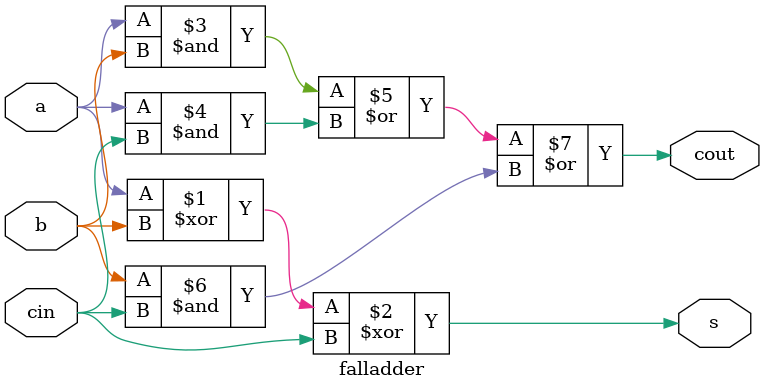
<source format=v>
`timescale 1ns / 1ps


module falladder #(parameter N=4)
(
a, b, cin, cout, s
    );
    
    input a,b,cin;
    output s,cout;

assign #7 s = a ^ b ^ cin;
assign #7 cout = (a & b)|(a & cin)|(b & cin);


endmodule

</source>
